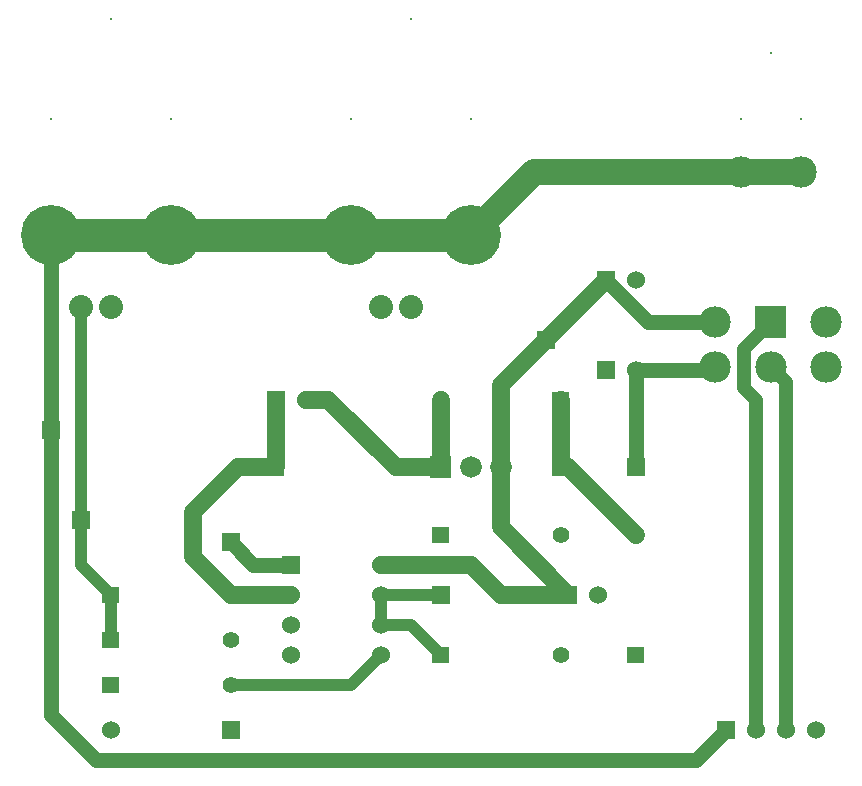
<source format=gbr>
G04 start of page 3 for group 1 idx 1 *
G04 Title: (unknown), solder *
G04 Creator: pcb 20100929 *
G04 CreationDate: Thu Mar 10 15:56:12 2011 UTC *
G04 For: fosse *
G04 Format: Gerber/RS-274X *
G04 PCB-Dimensions: 282500 400000 *
G04 PCB-Coordinate-Origin: lower left *
%MOIN*%
%FSLAX25Y25*%
%LNBACK*%
%ADD11C,0.0550*%
%ADD13C,0.0400*%
%ADD14C,0.0600*%
%ADD15C,0.0500*%
%ADD16C,0.0350*%
%ADD17C,0.0800*%
%ADD18C,0.2000*%
%ADD19C,0.0200*%
%ADD20C,0.1050*%
%ADD21C,0.0720*%
%ADD22C,0.0080*%
%ADD23C,0.0320*%
%ADD24C,0.0790*%
%ADD25C,0.0380*%
%ADD26C,0.0300*%
%ADD27C,0.0710*%
%ADD28C,0.0650*%
%ADD29C,0.0420*%
%ADD30C,0.0280*%
%ADD31C,0.0040*%
%ADD32C,0.1100*%
%ADD33C,0.0850*%
%ADD34C,0.0450*%
G54D32*X153500Y242500D02*X13500D01*
G54D14*X163500Y192500D02*X198500Y227500D01*
G54D33*X174500Y263500D02*X153500Y242500D01*
X263500Y263500D02*X174500D01*
G54D15*X212500Y213500D02*X198500Y227500D01*
G54D34*X258500Y77500D02*Y193500D01*
X248500Y77500D02*Y187500D01*
X258500Y193500D02*X253500Y198500D01*
X248500Y187500D02*X244500Y191500D01*
Y204500D02*X253500Y213500D01*
G54D15*X234000Y197500D02*X235000Y198500D01*
G54D34*X244500Y191500D02*Y204500D01*
G54D15*X208500Y197500D02*X234000D01*
G54D16*X209500Y198500D02*X208500Y197500D01*
G54D15*Y165000D01*
X235000Y213500D02*X212500D01*
G54D14*X186000Y165000D02*X208500Y142500D01*
X183500Y187500D02*Y165000D01*
G54D13*X186000D01*
G54D14*X163500Y192500D02*Y145000D01*
X186000Y122500D01*
X163500D01*
G54D13*X133500Y112500D02*X143500Y102500D01*
G54D14*X163500Y122500D02*X153500Y132500D01*
G54D13*X123500Y112500D02*X133500D01*
G54D14*X93500Y122500D02*X73500D01*
G54D13*Y92500D02*X113500D01*
X123500Y102500D01*
X143500Y122500D02*X123500D01*
Y112500D01*
G54D15*X28500Y67500D02*X228500D01*
X13500Y82500D02*X28500Y67500D01*
G54D14*X153500Y132500D02*X123500D01*
G54D15*X81000D02*X73500Y140000D01*
X93500Y132500D02*X81000D01*
G54D14*X61000Y135000D02*X73500Y122500D01*
G54D15*X228500Y67500D02*X238500Y77500D01*
X13500Y242500D02*Y82500D01*
G54D13*X33500Y122500D02*Y107500D01*
X23500Y218500D02*Y132500D01*
X33500Y122500D01*
G54D14*X98500Y187500D02*X106000D01*
X128500Y165000D01*
X143500D01*
Y187500D01*
X88500D02*Y165000D01*
X76000D01*
X61000Y150000D01*
Y135000D01*
G54D17*X23500Y218500D03*
G54D18*X13500Y242500D03*
G54D17*X33500Y218500D03*
G54D18*X53500Y242500D03*
G54D17*X123500Y218500D03*
G54D18*X113500Y242500D03*
G54D17*X133500Y218500D03*
G54D18*X153500Y242500D03*
G54D19*G36*
X205500Y168000D02*Y162000D01*
X211500D01*
Y168000D01*
X205500D01*
G37*
G36*
X195500Y200500D02*Y194500D01*
X201500D01*
Y200500D01*
X195500D01*
G37*
G54D14*X208500Y197500D03*
G54D19*G36*
X205750Y105250D02*Y99750D01*
X211250D01*
Y105250D01*
X205750D01*
G37*
G36*
X235500Y80500D02*Y74500D01*
X241500D01*
Y80500D01*
X235500D01*
G37*
G54D14*X248500Y77500D03*
X258500D03*
X268500D03*
G54D11*X208500Y142500D03*
X183500Y102500D03*
G54D19*G36*
X183000Y125500D02*Y119500D01*
X189000D01*
Y125500D01*
X183000D01*
G37*
G54D14*X196000Y122500D03*
G54D11*X183500Y142500D03*
G54D19*G36*
X180500Y168000D02*Y162000D01*
X186500D01*
Y168000D01*
X180500D01*
G37*
G36*
X180750Y190250D02*Y184750D01*
X186250D01*
Y190250D01*
X180750D01*
G37*
G36*
X195500Y230500D02*Y224500D01*
X201500D01*
Y230500D01*
X195500D01*
G37*
G54D14*X208500Y227500D03*
G54D20*X235000Y213500D03*
X243500Y263500D03*
X263500D03*
G54D19*G36*
X248250Y218750D02*Y208250D01*
X258750D01*
Y218750D01*
X248250D01*
G37*
G54D20*X272000Y213500D03*
X235000Y198500D03*
X253500D03*
X272000D03*
G54D19*G36*
X175500Y210500D02*Y204500D01*
X181500D01*
Y210500D01*
X175500D01*
G37*
G36*
X30750Y110250D02*Y104750D01*
X36250D01*
Y110250D01*
X30750D01*
G37*
G54D14*X33500Y77500D03*
G54D19*G36*
X30750Y95250D02*Y89750D01*
X36250D01*
Y95250D01*
X30750D01*
G37*
G36*
Y125250D02*Y119750D01*
X36250D01*
Y125250D01*
X30750D01*
G37*
G36*
X10500Y180500D02*Y174500D01*
X16500D01*
Y180500D01*
X10500D01*
G37*
G36*
X20500Y150500D02*Y144500D01*
X26500D01*
Y150500D01*
X20500D01*
G37*
G54D11*X73500Y107500D03*
G54D19*G36*
X70500Y80500D02*Y74500D01*
X76500D01*
Y80500D01*
X70500D01*
G37*
G54D11*X73500Y92500D03*
G54D19*G36*
X140750Y105250D02*Y99750D01*
X146250D01*
Y105250D01*
X140750D01*
G37*
G36*
Y145250D02*Y139750D01*
X146250D01*
Y145250D01*
X140750D01*
G37*
G36*
X139900Y168600D02*Y161400D01*
X147100D01*
Y168600D01*
X139900D01*
G37*
G54D21*X153500Y165000D03*
X163500D03*
G54D19*G36*
X140500Y125500D02*Y119500D01*
X146500D01*
Y125500D01*
X140500D01*
G37*
G54D11*X73500Y122500D03*
G54D19*G36*
X70500Y143000D02*Y137000D01*
X76500D01*
Y143000D01*
X70500D01*
G37*
G36*
X90500Y135500D02*Y129500D01*
X96500D01*
Y135500D01*
X90500D01*
G37*
G54D14*X93500Y122500D03*
Y112500D03*
Y102500D03*
X123500D03*
Y112500D03*
Y122500D03*
Y132500D03*
G54D19*G36*
X85500Y190500D02*Y184500D01*
X91500D01*
Y190500D01*
X85500D01*
G37*
G54D14*X98500Y187500D03*
G54D19*G36*
X85750Y167750D02*Y162250D01*
X91250D01*
Y167750D01*
X85750D01*
G37*
G54D11*X143500Y187500D03*
X128500Y165000D03*
G54D22*X253500Y303000D03*
X243500Y281000D03*
X53500D03*
X13500D03*
X113500D03*
X153500D03*
X33500Y314300D03*
X133500D03*
X263500Y281000D03*
G54D23*G54D24*G54D23*G54D24*G54D23*G54D24*G54D23*G54D24*G54D25*G54D26*G54D25*G54D26*G54D25*G54D26*G54D27*G54D28*G54D27*G54D25*G54D26*G54D25*G54D26*G54D29*G54D25*G54D26*G54D25*G54D30*G54D26*G54D31*M02*

</source>
